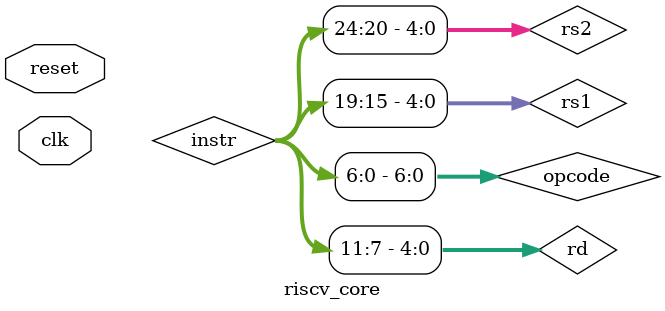
<source format=sv>
module riscv_core (
    input logic clk,
    input logic reset
);
    logic [31:0] pc, next_pc;
    logic [31:0] instr;
    logic [4:0] rs1, rs2, rd;
    logic [31:0] reg_data1, reg_data2, alu_result, imm;
    logic [31:0] write_data;
    logic [6:0] opcode;
    logic [2:0] funct3;
    logic [6:0] funct7;
    logic reg_write, alu_src, mem_to_reg, mem_read, mem_write, branch;
    logic [1:0] alu_op;
    logic [3:0] alu_control;
    logic [31:0] mem_read_data;

    // Fetch 
    pc_register pc_reg (
        .clk(clk),
        .reset(reset),
        .next_pc(next_pc),
        .pc(pc)
    );
    instruction_memory imem (
        .addr(pc),
        .instruction(instr)
    );

    // Decode 
    assign opcode = instr[6:0];
    assign rd     = instr[11:7];
    assign funct3 = instr[14:12];
    assign rs1    = instr[19:15];
    assign rs2    = instr[24:20];
    assign funct7 = instr[31:25];

    register_file rf (
        .clk(clk),
        .rs1(rs1),
        .rs2(rs2),
        .rd(rd),
        .write_data(write_data),
        .reg_write(reg_write),
        .data1(reg_data1),
        .data2(reg_data2)
    );

    immediate_generator imm_gen (
        .instr(instr),
        .imm_out(imm)
    );

    alu alu_unit (
        .a(reg_data1),
        .b(alu_src ? imm : reg_data2),
        .alu_control(alu_control),
        .result(alu_result)
    );

    data_memory dmem (
        .clk(clk),
        .addr(alu_result),
        .write_data(reg_data2),
        .mem_read(mem_read),
        .mem_write(mem_write),
        .read_data(mem_read_data)
    );

    control_unit control (
        .opcode(opcode),
        .reg_write(reg_write),
        .alu_src(alu_src),
        .mem_to_reg(mem_to_reg),
        .mem_read(mem_read),
        .mem_write(mem_write),
        .alu_op(alu_op),
        .branch(branch)
    );

    alu_control alu_ctrl (
        .alu_op(alu_op),
        .funct3(funct3),
        .funct7(funct7),
        .alu_control(alu_control)
    );

    assign write_data = mem_to_reg ? mem_read_data : alu_result;
    assign next_pc = pc + 4;  // Basic PC increment; to be replaced with branch logic

endmodule

</source>
